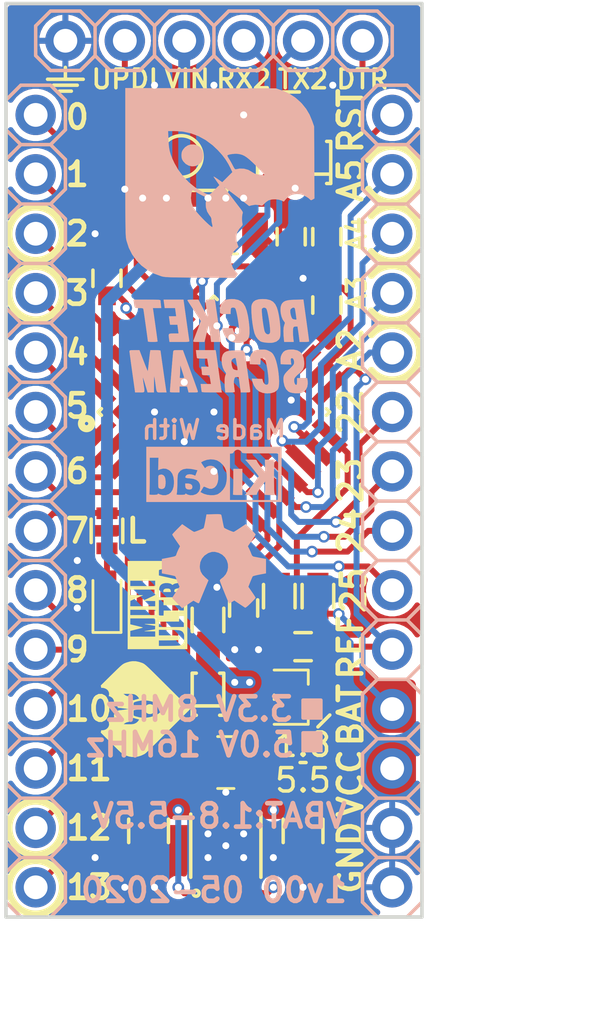
<source format=kicad_pcb>
(kicad_pcb (version 20221018) (generator pcbnew)
  (title_block (title "Mini Ultra") (date "2020-02-24") (rev "1v00") (company "Rocket Scream Electronics"))
  (layers (0 "F.Cu" signal) (1 "In1.Cu" power "GND") (2 "In2.Cu" power "VCC") (31 "B.Cu" signal) (34 "B.Paste" user) (35 "F.Paste" user) (36 "B.SilkS" user "B.Silkscreen") (37 "F.SilkS" user "F.Silkscreen") (38 "B.Mask" user) (39 "F.Mask" user) (44 "Edge.Cuts" user))
  (net 0 "")
  (net 1 "GND")
  (net 2 "/D4")
  (net 3 "/D9")
  (net 4 "/RST")
  (net 5 "/D3")
  (net 6 "/D5")
  (net 7 "/D6")
  (net 8 "/D7")
  (net 9 "/D8")
  (net 10 "/D10")
  (net 11 "/D11")
  (net 12 "/D12")
  (net 13 "/D13")
  (net 14 "/A6")
  (net 15 "AREF")
  (net 16 "/A2")
  (net 17 "/A3")
  (net 18 "/A4")
  (net 19 "/A5")
  (net 20 "/D0")
  (net 21 "/D1")
  (net 22 "/D2")
  (net 23 "VIN")
  (net 24 "Net-(C6-Pad2)")
  (net 25 "/BULX")
  (net 26 "/BOLX")
  (net 27 "Net-(C3-Pad1)")
  (net 28 "VBAT")
  (net 29 "VCC")
  (net 30 "Net-(C2-Pad1)")
  (net 31 "/D25")
  (net 32 "Net-(D2-Pad2)")
  (net 33 "/D20")
  (net 34 "/D21")
  (net 35 "/UPDI")
  (net 36 "/D24")
  (net 37 "/D23")
  (net 38 "/D22")
  (footprint "RocketScreamKiCadLib:TS-107A" (layer "F.Cu") (at 207.493 117.488)
    (fp_text reference "SW1" hide)
    (fp_text value "SPNO")
  )
  (footprint "RocketScreamKiCadLib:SOD-323" (layer "F.Cu") (at 213.208 117.742 90)
    (fp_text reference "D1" hide)
    (fp_text value "1N4148WS")
  )
  (footprint "RocketScreamKiCadLib:R_0603" (layer "F.Cu") (at 204.318 133.49 90)
    (fp_text reference "R2" hide)
    (fp_text value "2K2")
  )
  (footprint "RocketScreamKiCadLib:R_0603" (layer "F.Cu") (at 211.43 117.742 90)
    (fp_text reference "R1" hide)
    (fp_text value "10K")
  )
  (footprint "RocketScreamKiCadLib:C_0603" (layer "F.Cu") (at 204.318 122.695 90)
    (fp_text reference "C1" hide)
    (fp_text value "100nF")
  )
  (footprint "RocketScreamKiCadLib:C_0603" (layer "F.Cu") (at 213.716 123.838 -90)
    (fp_text reference "C2" hide)
    (fp_text value "100nF")
  )
  (footprint "RocketScreamKiCadLib:R_0603" (layer "F.Cu") (at 208.636 137.3 90)
    (fp_text reference "R3" hide)
    (fp_text value "10K")
  )
  (footprint "RocketScreamKiCadLib:SOD-323" (layer "F.Cu") (at 208.636 140.475 90)
    (fp_text reference "D3" hide)
    (fp_text value "B16WS")
  )
  (footprint "RocketScreamKiCadLib:C_0805" (layer "F.Cu") (at 212.7 146.317 -90)
    (fp_text reference "C4" hide)
    (fp_text value "22uF 16V X5R")
  )
  (footprint "RocketScreamKiCadLib:I_0603" (layer "F.Cu") (at 213.716 120.917 90)
    (fp_text reference "L1" hide)
    (fp_text value "BLM18KG221SN1D")
  )
  (footprint "RocketScreamKiCadLib:I_2520" (layer "F.Cu") (at 209.398 143.396 180)
    (fp_text reference "L2" hide)
    (fp_text value "CVH252009-2R2M")
  )
  (footprint "RocketScreamKiCadLib:C_0805" (layer "F.Cu") (at 206.096 146.317 -90)
    (fp_text reference "C3" hide)
    (fp_text value "22uF 16V X5R")
  )
  (footprint "RocketScreamKiCadLib:DFN-12" (layer "F.Cu") (at 209.398 146.952 90)
    (fp_text reference "U1" hide)
    (fp_text value "RP604KxxB")
  )
  (footprint "RocketScreamKiCadLib:SOT-323" (layer "F.Cu") (at 212.192 140.602 180)
    (fp_text reference "Q2" hide)
    (fp_text value "DMP2165UW-7")
  )
  (footprint "RocketScreamKiCadLib:R_0603" (layer "F.Cu") (at 211.684 136.284 -90)
    (fp_text reference "R5" hide)
    (fp_text value "1M")
  )
  (footprint "RocketScreamKiCadLib:R_0603" (layer "F.Cu") (at 213.335 136.284 -90)
    (fp_text reference "R4" hide)
    (fp_text value "1M")
  )
  (footprint "RocketScreamKiCadLib:TQFP-32_7x7mm_Pitch0.8mm" (layer "F.Cu") (at 208.89 128.41 45)
    (fp_text reference "U2" hide)
    (fp_text value "ATMEGA4808-Ax")
  )
  (footprint "RocketScreamKiCadLib:C_0603" (layer "F.Cu") (at 212.192 115.329)
    (fp_text reference "C6" hide)
    (fp_text value "100nF")
  )
  (footprint "RocketScreamKiCadLib:C_0603" (layer "F.Cu") (at 212.7 138.443 180)
    (fp_text reference "C5" hide)
    (fp_text value "100nF")
  )
  (footprint "RocketScreamKiCadLib:LED_0603" (layer "F.Cu") (at 204.318 136.411 90)
    (fp_text reference "D2" hide)
    (fp_text value "Red")
  )
  (footprint "RocketScreamKiCadLib:C_0603" (layer "F.Cu") (at 212.192 120.917 90)
    (fp_text reference "C8" hide)
    (fp_text value "10pF")
  )
  (footprint "RocketScreamKiCadLib:C_0603" (layer "F.Cu") (at 206.604 120.917 90)
    (fp_text reference "C9" hide)
    (fp_text value "10pF")
  )
  (footprint "RocketScreamKiCadLib:CRYSTAL-3215-2P" (layer "F.Cu") (at 209.398 120.79 180)
    (fp_text reference "Y1" hide)
    (fp_text value "Q13FC1350000200")
  )
  (footprint "RocketScreamKiCadLib:LOGO-ROCKET-SCREAM_Without_Text_XXXXSmall" (layer "F.Cu") (at 205.461 141.11 -45)
    (fp_text reference "LOGO3" hide)
    (fp_text value "LOGO-ROCKET-SCREAM-WITHOUT-TEXT" hide)
  )
  (footprint "RocketScreamKiCadLib:C_0603" (layer "F.Cu") (at 210.16 136.792 90)
    (fp_text reference "C7" hide)
    (fp_text value "100nF")
  )
  (footprint "RocketScreamKiCadLib:LOGO-MINI-ULTRA_InvertedDualLineSmall" (layer "F.Cu") (at 206.477 136.665 90)
    (fp_text reference "LOGO5" hide)
    (fp_text value "LOGO-MINI-ULTRA" hide)
  )
  (footprint "RocketScreamKiCadLib:LOGO-ROCKET-SCREAM_Vertical_XSmall" (layer "B.Cu") (at 209.144 121.298 180)
    (fp_text reference "LOGO2" hide)
    (fp_text value "LOGO-ROCKET-SCREAM-VERTICAL" hide)
  )
  (footprint "RocketScreamKiCadLib:HDR_1x6_Pitch2.54mm" (layer "B.Cu") (at 208.89 112.54 180)
    (fp_text reference "J1" hide)
    (fp_text value "2.54 mm 1x6")
  )
  (footprint "RocketScreamKiCadLib:HDR_1x14_Pitch2.54mm" (layer "B.Cu") (at 216.51 132.22 -90)
    (fp_text reference "J3" hide)
    (fp_text value "2.54 mm 1x14")
  )
  (footprint "RocketScreamKiCadLib:HDR_1x14_Pitch2.54mm" (layer "B.Cu") (at 201.27 132.22 -90)
    (fp_text reference "J2" hide)
    (fp_text value "2.54 mm 1x14")
  )
  (footprint "RocketScreamKiCadLib:LOGO-KICAD_XXXSmall" (layer "B.Cu") (at 208.89 131.077 180)
    (fp_text reference "LOGO1" hide)
    (fp_text value "LOGO-KICAD" hide)
  )
  (footprint "RocketScreamKiCadLib:LOGO-OSHW_XXSmall" (layer "B.Cu") (at 208.89 134.76 180)
    (fp_text reference "LOGO4" hide)
    (fp_text value "LOGO-OSHW" hide)
  )
  (gr_poly (pts (xy 212.7 142.126) (xy 212.7 142.888) (xy 213.462 142.888) (xy 213.462 142.126)) (stroke (width 0.15)) (fill solid) (layer "B.SilkS"))
  (gr_poly (pts (xy 212.7 140.729) (xy 212.7 141.491) (xy 213.462 141.491) (xy 213.462 140.729)) (stroke (width 0.15)) (fill solid) (layer "B.SilkS"))
  (gr_circle (center 201.27 123.33) (end 202.413 123.33) (stroke (width 0.3)) (fill none) (layer "F.SilkS"))
  (gr_circle (center 201.27 146.19) (end 202.413 146.19) (stroke (width 0.3)) (fill none) (layer "F.SilkS"))
  (gr_circle (center 201.27 148.73) (end 202.413 148.73) (stroke (width 0.3)) (fill none) (layer "F.SilkS"))
  (gr_line (start 212.827 143.396) (end 212.573 143.396) (stroke (width 0.15)) (layer "F.SilkS"))
  (gr_line (start 213.843 141.364) (end 213.335 141.872) (stroke (width 0.15)) (layer "F.SilkS"))
  (gr_arc (start 215.493999 117.615001) (mid 217.708116 118.249999) (end 215.494 118.885) (stroke (width 0.3)) (layer "F.SilkS"))
  (gr_arc (start 215.621 122.568) (mid 217.680882 123.33) (end 215.621 124.092) (stroke (width 0.3)) (layer "F.SilkS"))
  (gr_arc (start 215.621 125.108) (mid 217.680882 125.87) (end 215.621 126.632) (stroke (width 0.3)) (layer "F.SilkS"))
  (gr_line (start 202.54 113.678) (end 202.54 114.186) (stroke (width 0.15)) (layer "F.SilkS"))
  (gr_arc (start 215.621 120.028) (mid 217.680882 120.79) (end 215.621 121.552) (stroke (width 0.3)) (layer "F.SilkS"))
  (gr_line (start 202.286 114.694) (end 202.794 114.694) (stroke (width 0.15)) (layer "F.SilkS"))
  (gr_line (start 201.778 114.186) (end 203.302 114.186) (stroke (width 0.15)) (layer "F.SilkS"))
  (gr_circle (center 201.27 120.79) (end 202.413 120.79) (stroke (width 0.3)) (fill none) (layer "F.SilkS"))
  (gr_line (start 202.032 114.44) (end 203.048 114.44) (stroke (width 0.15)) (layer "F.SilkS"))
  (gr_line (start 200 110.9475) (end 200 150) (stroke (width 0.15)) (layer "Edge.Cuts"))
  (gr_line (start 200 150) (end 217.78 150) (stroke (width 0.15)) (layer "Edge.Cuts"))
  (gr_line (start 217.78 110.9475) (end 217.78 150) (stroke (width 0.15)) (layer "Edge.Cuts"))
  (gr_line (start 200 110.9475) (end 217.78 110.9475) (stroke (width 0.15)) (layer "Edge.Cuts"))
  (gr_text "1v00 05-2020" (at 208.89 148.857) (layer "B.SilkS") (effects (font (size 1 1) (thickness 0.2)) (justify mirror)))
  (gr_text "VBAT:1.8-5.5V" (at 209.144 145.682) (layer "B.SilkS") (effects (font (size 1 1) (thickness 0.2)) (justify mirror)))
  (gr_text "Made With" (at 208.89 129.172) (layer "B.SilkS") (effects (font (size 0.8 0.8)) (justify mirror)))
  (gr_text "3.3V 8MHz" (at 208.255 141.11) (layer "B.SilkS") (effects (font (size 1 1) (thickness 0.2)) (justify mirror)))
  (gr_text "5.0V 16MHz" (at 207.874 142.634) (layer "B.SilkS") (effects (font (size 1 1) (thickness 0.2)) (justify mirror)))
  (gr_text "12" (at 203.556 146.19) (layer "F.SilkS") (effects (font (size 1 1) (thickness 0.2))))
  (gr_text "11" (at 203.556 143.65) (layer "F.SilkS") (effects (font (size 1 1) (thickness 0.2))))
  (gr_text "10" (at 203.556 141.11) (layer "F.SilkS") (effects (font (size 1 1) (thickness 0.2))))
  (gr_text "9" (at 203.048 138.57) (layer "F.SilkS") (effects (font (size 1 1) (thickness 0.2))))
  (gr_text "8" (at 203.048 136.03) (layer "F.SilkS") (effects (font (size 1 1) (thickness 0.2))))
  (gr_text "7" (at 203.048 133.49) (layer "F.SilkS") (effects (font (size 1 1) (thickness 0.2))))
  (gr_text "6" (at 203.048 130.95) (layer "F.SilkS") (effects (font (size 1 1) (thickness 0.2))))
  (gr_text "5" (at 203.048 128.156) (layer "F.SilkS") (effects (font (size 1 1) (thickness 0.2))))
  (gr_text "4" (at 203.048 125.87) (layer "F.SilkS") (effects (font (size 1 1) (thickness 0.2))))
  (gr_text "3" (at 203.048 123.33) (layer "F.SilkS") (effects (font (size 1 1) (thickness 0.2))))
  (gr_text "2" (at 203.048 120.79) (layer "F.SilkS") (effects (font (size 1 1) (thickness 0.2))))
  (gr_text "1" (at 203.048 118.25) (layer "F.SilkS") (effects (font (size 1 1) (thickness 0.2))))
  (gr_text "0" (at 203.048 115.71 180) (layer "F.SilkS") (effects (font (size 1 1) (thickness 0.2))))
  (gr_text "VIN" (at 207.747 114.186) (layer "F.SilkS") (effects (font (size 0.8 0.8))))
  (gr_text "RX2" (at 210.16 114.186) (layer "F.SilkS") (effects (font (size 0.8 0.8))))
  (gr_text "TX2" (at 212.7 114.186) (layer "F.SilkS") (effects (font (size 0.8 0.8))))
  (gr_text "DTR" (at 215.24 114.186) (layer "F.SilkS") (effects (font (size 0.8 0.8))))
  (gr_text "RST" (at 214.732 115.964 90) (layer "F.SilkS") (effects (font (size 1 1) (thickness 0.2))))
  (gr_text "A5" (at 214.732 118.504 90) (layer "F.SilkS") (effects (font (size 1 1) (thickness 0.2))))
  (gr_text "A4" (at 214.986 120.79 90) (layer "F.SilkS") (effects (font (size 0.8 0.8))))
  (gr_text "A3" (at 214.986 123.33 90) (layer "F.SilkS") (effects (font (size 0.8 0.8))))
  (gr_text "A2" (at 214.732 125.743 90) (layer "F.SilkS") (effects (font (size 1 1) (thickness 0.2))))
  (gr_text "22" (at 214.732 128.41 90) (layer "F.SilkS") (effects (font (size 1 1) (thickness 0.2))))
  (gr_text "23" (at 214.732 131.331 90) (layer "F.SilkS") (effects (font (size 1 1) (thickness 0.2))))
  (gr_text "24" (at 214.732 133.49 90) (layer "F.SilkS") (effects (font (size 1 1) (thickness 0.2))))
  (gr_text "25" (at 214.859 136.03 90) (layer "F.SilkS") (effects (font (size 1 1) (thickness 0.2))))
  (gr_text "VCC" (at 214.732 144.285 90) (layer "F.SilkS") (effects (font (size 1 1) (thickness 0.2))))
  (gr_text "BAT" (at 214.732 141.364 90) (layer "F.SilkS") (effects (font (size 1 1) (thickness 0.2))))
  (gr_text "REF" (at 214.732 138.443 90) (layer "F.SilkS") (effects (font (size 1 1) (thickness 0.2))))
  (gr_text "1.8" (at 212.7 142.634) (layer "F.SilkS") (effects (font (size 1 1))))
  (gr_text "5.5" (at 212.7 144.158) (layer "F.SilkS") (effects (font (size 1 1))))
  (gr_text "UPDI" (at 205.08 114.186) (layer "F.SilkS") (effects (font (size 0.8 0.8))))
  (gr_text "RST" (at 207.493 115.329) (layer "F.SilkS") (effects (font (size 0.8 0.8))))
  (gr_text "L" (at 205.588 133.49) (layer "F.SilkS") (effects (font (size 1 1) (thickness 0.2))))
  (gr_text "GND" (at 214.732 147.46 90) (layer "F.SilkS") (effects (font (size 1 1) (thickness 0.2))))
  (gr_text "13" (at 203.556 148.73) (layer "F.SilkS") (effects (font (size 1 1) (thickness 0.2))))
  (segment (start 209.148 146.952) (end 208.723 147.377) (width 0.254) (layer "F.Cu") (net 1))
  (segment (start 209.148 145.552) (end 209.148 146.952) (width 0.254) (layer "F.Cu") (net 1))
  (segment (start 209.648 147.452) (end 208.723 146.527) (width 0.254) (layer "F.Cu") (net 1))
  (segment (start 210.148 148.352) (end 210.148 149.099) (width 0.254) (layer "F.Cu") (net 1))
  (segment (start 209.148 147.452) (end 210.073 146.527) (width 0.254) (layer "F.Cu") (net 1))
  (segment (start 209.648 144.916) (end 209.398 144.666) (width 0.254) (layer "F.Cu") (net 1))
  (segment (start 209.648 145.552) (end 209.648 146.952) (width 0.254) (layer "F.Cu") (net 1))
  (segment (start 209.148 148.352) (end 209.148 149.107) (width 0.254) (layer "F.Cu") (net 1))
  (segment (start 209.648 148.352) (end 209.648 149.107) (width 0.254) (layer "F.Cu") (net 1))
  (segment (start 209.648 145.552) (end 209.648 144.916) (width 0.254) (layer "F.Cu") (net 1))
  (segment (start 209.148 145.552) (end 209.148 144.916) (width 0.254) (layer "F.Cu") (net 1))
  (segment (start 209.148 148.352) (end 209.148 147.452) (width 0.254) (layer "F.Cu") (net 1))
  (segment (start 209.148 144.916) (end 209.398 144.666) (width 0.254) (layer "F.Cu") (net 1))
  (segment (start 209.648 148.352) (end 209.648 147.452) (width 0.254) (layer "F.Cu") (net 1))
  (segment (start 209.648 146.952) (end 210.073 147.377) (width 0.254) (layer "F.Cu") (net 1))
  (via (at 208.636 146.444) (size 0.5) (drill 0.3) (layers "F.Cu" "B.Cu") (net 1))
  (via (at 208.636 147.46) (size 0.5) (drill 0.3) (layers "F.Cu" "B.Cu") (net 1))
  (via (at 209.398 146.952) (size 0.5) (drill 0.3) (layers "F.Cu" "B.Cu") (net 1))
  (via (at 210.16 146.444) (size 0.5) (drill 0.3) (layers "F.Cu" "B.Cu") (net 1))
  (via (at 210.16 147.46) (size 0.5) (drill 0.3) (layers "F.Cu" "B.Cu") (net 1))
  (via (at 208.89 114.44) (size 0.5) (drill 0.3) (layers "F.Cu" "B.Cu") (net 1))
  (via (at 206.35 114.44) (size 0.5) (drill 0.3) (layers "F.Cu" "B.Cu") (net 1))
  (via (at 210.16 115.71) (size 0.5) (drill 0.3) (layers "F.Cu" "B.Cu") (net 1))
  (via (at 213.97 114.44) (size 0.5) (drill 0.3) (layers "F.Cu" "B.Cu") (net 1))
  (via (at 203.048 136.792) (size 0.5) (drill 0.3) (layers "F.Cu" "B.Cu") (net 1))
  (via (at 203.81 120.79) (size 0.5) (drill 0.3) (layers "F.Cu" "B.Cu") (net 1))
  (via (at 203.81 147.46) (size 0.5) (drill 0.3) (layers "F.Cu" "B.Cu") (net 1))
  (via (at 205.08 148.73) (size 0.5) (drill 0.3) (layers "F.Cu" "B.Cu") (net 1))
  (via (at 206.35 148.73) (size 0.5) (drill 0.3) (layers "F.Cu" "B.Cu") (net 1))
  (via (at 211.43 147.46) (size 0.5) (drill 0.3) (layers "F.Cu" "B.Cu") (net 1))
  (via (at 203.048 134.76) (size 0.5) (drill 0.3) (layers "F.Cu" "B.Cu") (net 1))
  (via (at 212.192 127.902) (size 0.5) (drill 0.3) (layers "F.Cu" "B.Cu") (net 1))
  (via (at 207.62 127.14) (size 0.5) (drill 0.3) (layers "F.Cu" "B.Cu") (net 1))
  (via (at 207.62 129.68) (size 0.5) (drill 0.3) (layers "F.Cu" "B.Cu") (net 1))
  (via (at 208.89 128.41) (size 0.5) (drill 0.3) (layers "F.Cu" "B.Cu") (net 1))
  (via (at 208.89 130.95) (size 0.5) (drill 0.3) (layers "F.Cu" "B.Cu") (net 1))
  (via (at 205.842 119.266) (size 0.5) (drill 0.3) (layers "F.Cu" "B.Cu") (net 1))
  (via (at 212.7 122.695) (size 0.5) (drill 0.3) (layers "F.Cu" "B.Cu") (net 1))
  (via (at 209.398 119.266) (size 0.5) (drill 0.3) (layers "F.Cu" "B.Cu") (net 1))
  (via (at 210.16 119.266) (size 0.5) (drill 0.3) (layers "F.Cu" "B.Cu") (net 1))
  (via (at 205.08 118.885) (size 0.5) (drill 0.3) (layers "F.Cu" "B.Cu") (net 1))
  (via (at 209.779 138.57) (size 0.5) (drill 0.3) (layers "F.Cu" "B.Cu") (net 1))
  (via (at 210.795 138.57) (size 0.5) (drill 0.3) (layers "F.Cu" "B.Cu") (net 1))
  (via (at 209.017 135.903) (size 0.5) (drill 0.3) (layers "F.Cu" "B.Cu") (net 1))
  (via (at 212.7 148.73) (size 0.5) (drill 0.3) (layers "F.Cu" "B.Cu") (net 1))
  (via (at 209.398 144.666) (size 0.5) (drill 0.3) (layers "F.Cu" "B.Cu") (net 1))
  (via (at 206.858 119.266) (size 0.5) (drill 0.3) (layers "F.Cu" "B.Cu") (net 1))
  (via (at 206.35 128.41) (size 0.5) (drill 0.3) (layers "F.Cu" "B.Cu") (net 1))
  (via (at 208.636 119.266) (size 0.5) (drill 0.3) (layers "F.Cu" "B.Cu") (net 1))
  (segment (start 203.4798 130.696) (end 203.775573 130.696) (width 0.254) (layer "F.Cu") (net 2))
  (segment (start 202.032 126.632) (end 202.032 127.267) (width 0.254) (layer "F.Cu") (net 2))
  (segment (start 202.7686 128.0036) (end 202.7686 129.9848) (width 0.254) (layer "F.Cu") (net 2))
  (segment (start 202.032 127.267) (end 202.7686 128.0036) (width 0.254) (layer "F.Cu") (net 2))
  (segment (start 203.775573 130.696) (end 204.505938 129.965635) (width 0.254) (layer "F.Cu") (net 2))
  (segment (start 201.27 125.87) (end 202.032 126.632) (width 0.254) (layer "F.Cu") (net 2))
  (segment (start 202.7686 129.9848) (end 203.4798 130.696) (width 0.254) (layer "F.Cu") (net 2))
  (segment (start 201.27 138.57) (end 205.207 138.57) (width 0.254) (layer "F.Cu") (net 3))
  (segment (start 205.715 138.062) (end 205.715 134.413427) (width 0.254) (layer "F.Cu") (net 3))
  (segment (start 205.715 134.413427) (end 207.334365 132.794062) (width 0.254) (layer "F.Cu") (net 3))
  (segment (start 205.207 138.57) (end 205.715 138.062) (width 0.254) (layer "F.Cu") (net 3))
  (segment (start 203.556 118.25) (end 204.064 118.758) (width 0.254) (layer "F.Cu") (net 4))
  (segment (start 215.578 116.642) (end 212.784 116.642) (width 0.254) (layer "F.Cu") (net 4))
  (segment (start 209.668 116.234) (end 209.017 115.583) (width 0.254) (layer "F.Cu") (net 4))
  (segment (start 204.064 118.758) (end 204.064 119.266) (width 0.254) (layer "F.Cu") (net 4))
  (segment (start 210.422 117.488) (end 209.668 117.488) (width 0.254) (layer "F.Cu") (net 4))
  (segment (start 212.784 116.642) (end 212.434 116.992) (width 0.254) (layer "F.Cu") (net 4))
  (segment (start 210.918 116.992) (end 210.422 117.488) (width 0.254) (layer "F.Cu") (net 4))
  (segment (start 205.588 122.279573) (end 207.334365 124.025938) (width 0.254) (layer "F.Cu") (net 4))
  (segment (start 209.017 115.583) (end 204.28625 115.583) (width 0.254) (layer "F.Cu") (net 4))
  (segment (start 203.556 116.31325) (end 203.556 118.25) (width 0.254) (layer "F.Cu") (net 4))
  (segment (start 211.569 116.98) (end 211.557 116.992) (width 0.254) (layer "F.Cu") (net 4))
  (segment (start 204.28625 115.583) (end 203.556 116.31325) (width 0.254) (layer "F.Cu") (net 4))
  (segment (start 212.434 116.992) (end 210.918 116.992) (width 0.254) (layer "F.Cu") (net 4))
  (segment (start 211.442 115.329) (end 211.43 115.341) (width 0.254) (layer "F.Cu") (net 4))
  (segment (start 211.43 115.341) (end 211.43 116.992) (width 0.254) (layer "F.Cu") (net 4))
  (segment (start 205.588 120.79) (end 205.588 122.279573) (width 0.254) (layer "F.Cu") (net 4))
  (segment (start 204.064 119.266) (end 205.588 120.79) (width 0.254) (layer "F.Cu") (net 4))
  (segment (start 209.668 117.488) (end 209.668 116.234) (width 0.254) (layer "F.Cu") (net 4))
  (segment (start 216.51 115.71) (end 215.578 116.642) (width 0.254) (layer "F.Cu") (net 4))
  (segment (start 203.2766 127.6988) (end 203.2766 128.736296) (width 0.254) (layer "F.Cu") (net 5))
  (segment (start 202.032 124.092) (end 202.032 124.854) (width 0.254) (layer "F.Cu") (net 5))
  (segment (start 202.032 124.854) (end 202.54 125.362) (width 0.254) (layer "F.Cu") (net 5))
  (segment (start 203.2766 128.736296) (end 203.940253 129.399949) (width 0.254) (layer "F.Cu") (net 5))
  (segment (start 201.27 123.33) (end 202.032 124.092) (width 0.254) (layer "F.Cu") (net 5))
  (segment (start 202.54 126.9622) (end 203.2766 127.6988) (width 0.254) (layer "F.Cu") (net 5))
  (segment (start 202.54 125.362) (end 202.54 126.9622) (width 0.254) (layer "F.Cu") (net 5))
  (segment (start 202.2606 130.2134) (end 203.2512 131.204) (width 0.254) (layer "F.Cu") (net 6))
  (segment (start 202.2606 129.4006) (end 202.2606 130.2134) (width 0.254) (layer "F.Cu") (net 6))
  (segment (start 201.27 128.41) (end 202.2606 129.4006) (width 0.254) (layer "F.Cu") (net 6))
  (segment (start 203.2512 131.204) (end 204.398943 131.204) (width 0.254) (layer "F.Cu") (net 6))
  (segment (start 204.398943 131.204) (end 205.071623 130.53132) (width 0.254) (layer "F.Cu") (net 6))
  (segment (start 204.895315 131.839) (end 205.637309 131.097006) (width 0.254) (layer "F.Cu") (net 7))
  (segment (start 201.27 130.95) (end 202.159 131.839) (width 0.254) (layer "F.Cu") (net 7))
  (segment (start 202.159 131.839) (end 204.895315 131.839) (width 0.254) (layer "F.Cu") (net 7))
  (segment (start 205.137685 132.728) (end 206.202994 131.662691) (width 0.254) (layer "F.Cu") (net 8))
  (segment (start 201.27 133.49) (end 202.032 132.728) (width 0.254) (layer "F.Cu") (net 8))
  (segment (start 202.032 132.728) (end 205.137685 132.728) (width 0.254) (layer "F.Cu") (net 8))
  (segment (start 203.302 138.062) (end 204.953 138.062) (width 0.254) (layer "F.Cu") (net 9))
  (segment (start 205.207 137.808) (end 205.207 133.790057) (width 0.254) (layer "F.Cu") (net 9))
  (segment (start 205.207 133.790057) (end 206.76868 132.228377) (width 0.254) (layer "F.Cu") (net 9))
  (segment (start 201.27 136.03) (end 203.302 138.062) (width 0.254) (layer "F.Cu") (net 9))
  (segment (start 204.953 138.062) (end 205.207 137.808) (width 0.254) (layer "F.Cu") (net 9))
  (segment (start 205.461 139.078) (end 206.223 138.316) (width 0.254) (layer "F.Cu") (net 10))
  (segment (start 201.27 141.11) (end 203.302 139.078) (width 0.254) (layer "F.Cu") (net 10))
  (segment (start 206.223 135.036798) (end 207.900051 133.359747) (width 0.254) (layer "F.Cu") (net 10))
  (segment (start 203.302 139.078) (end 205.461 139.078) (width 0.254) (layer "F.Cu") (net 10))
  (segment (start 206.223 138.316) (end 206.223 135.036798) (width 0.254) (layer "F.Cu") (net 10))
  (segment (start 206.731 138.57) (end 205.715 139.586) (width 0.254) (layer "F.Cu") (net 11))
  (segment (start 202.794 142.126) (end 201.27 143.65) (width 0.254) (layer "F.Cu") (net 11))
  (segment (start 209.879949 133.359747) (end 209.114696 134.125) (width 0.254) (layer "F.Cu") (net 11))
  (segment (start 206.731 135.522) (end 206.731 138.57) (width 0.254) (layer "F.Cu") (net 11))
  (segment (start 202.794 140.348) (end 202.794 142.126) (width 0.254) (layer "F.Cu") (net 11))
  (segment (start 205.715 139.586) (end 203.556 139.586) (width 0.254) (layer "F.Cu") (net 11))
  (segment (start 209.114696 134.125) (end 208.128 134.125) (width 0.254) (layer "F.Cu") (net 11))
  (segment (start 203.556 139.586) (end 202.794 140.348) (width 0.254) (layer "F.Cu") (net 11))
  (segment (start 208.128 134.125) (end 206.731 135.522) (width 0.254) (layer "F.Cu") (net 11))
  (segment (start 203.302 142.38) (end 202.794 142.888) (width 0.254) (layer "F.Cu") (net 12))
  (segment (start 210.414 134.633) (end 208.382 134.633) (width 0.254) (layer "F.Cu") (net 12))
  (segment (start 208.382 134.633) (end 207.239 135.776) (width 0.254) (layer "F.Cu") (net 12))
  (segment (start 205.969 140.094) (end 203.81 140.094) (width 0.254) (layer "F.Cu") (net 12))
  (segment (start 207.239 135.776) (end 207.239 138.824) (width 0.254) (layer "F.Cu") (net 12))
  (segment (start 211.176 133.524427) (end 211.176 133.871) (width 0.254) (layer "F.Cu") (net 12))
  (segment (start 202.794 142.888) (end 202.794 144.666) (width 0.254) (layer "F.Cu") (net 12))
  (segment (start 210.445635 132.794062) (end 211.176 133.524427) (width 0.254) (layer "F.Cu") (net 12))
  (segment (start 203.302 140.602) (end 203.302 142.38) (width 0.254) (layer "F.Cu") (net 12))
  (segment (start 211.176 133.871) (end 210.414 134.633) (width 0.254) (layer "F.Cu") (net 12))
  (segment (start 207.239 138.824) (end 205.969 140.094) (width 0.254) (layer "F.Cu") (net 12))
  (segment (start 202.794 144.666) (end 201.27 146.19) (width 0.254) (layer "F.Cu") (net 12))
  (segment (start 203.81 140.094) (end 203.302 140.602) (width 0.254) (layer "F.Cu") (net 12))
  (segment (start 207.747 136.03) (end 208.636 135.141) (width 0.254) (layer "F.Cu") (net 13))
  (segment (start 203.81 140.856) (end 204.064 140.602) (width 0.254) (layer "F.Cu") (net 13))
  (segment (start 211.684 134.125) (end 211.684 132.901057) (width 0.254) (layer "F.Cu") (net 13))
  (segment (start 203.302 144.92) (end 203.302 143.142) (width 0.254) (layer "F.Cu") (net 13))
  (segment (start 201.27 148.73) (end 202.54 147.46) (width 0.254) (layer "F.Cu") (net 13))
  (segment (start 203.81 142.634) (end 203.81 140.856) (width 0.254) (layer "F.Cu") (net 13))
  (segment (start 204.064 140.602) (end 206.211094 140.602) (width 0.254) (layer "F.Cu") (net 13))
  (segment (start 208.636 135.141) (end 210.668 135.141) (width 0.254) (layer "F.Cu") (net 13))
  (segment (start 210.668 135.141) (end 211.684 134.125) (width 0.254) (layer "F.Cu") (net 13))
  (segment (start 207.747 139.066094) (end 207.747 136.03) (width 0.254) (layer "F.Cu") (net 13))
  (segment (start 202.54 145.682) (end 203.302 144.92) (width 0.254) (layer "F.Cu") (net 13))
  (segment (start 206.211094 140.602) (end 207.747 139.066094) (width 0.254) (layer "F.Cu") (net 13))
  (segment (start 202.54 147.46) (end 202.54 145.682) (width 0.254) (layer "F.Cu") (net 13))
  (segment (start 203.302 143.142) (end 203.81 142.634) (width 0.254) (layer "F.Cu") (net 13))
  (segment (start 211.684 132.901057) (end 211.01132 132.228377) (width 0.254) (layer "F.Cu") (net 13))
  (segment (start 214.605 130.165202) (end 213.839747 129.399949) (width 0.254) (layer "F.Cu") (net 14))
  (segment (start 211.037 135.534) (end 211.684 135.534) (width 0.254) (layer "F.Cu") (net 14))
  (segment (start 212.434 135.534) (end 212.434 133.805125) (width 0.254) (layer "F.Cu") (net 14))
  (segment (start 213.335 135.534) (end 213.323 135.522) (width 0.254) (layer "F.Cu") (net 14))
  (segment (start 210.529 136.042) (end 211.037 135.534) (width 0.254) (layer "F.Cu") (net 14))
  (segment (start 212.434 133.805125) (end 214.605 131.634125) (width 0.254) (layer "F.Cu") (net 14))
  (segment (start 210.16 136.042) (end 210.529 136.042) (width 0.254) (layer "F.Cu") (net 14))
  (segment (start 211.684 135.534) (end 213.335 135.534) (width 0.254) (layer "F.Cu") (net 14))
  (segment (start 214.605 131.634125) (end 214.605 130.165202) (width 0.254) (layer "F.Cu") (net 14))
  (segment (start 214.627798 126.632) (end 213.839747 127.420051) (width 0.254) (layer "F.Cu") (net 15))
  (segment (start 216.383 138.443) (end 216.51 138.57) (width 0.254) (layer "F.Cu") (net 15))
  (segment (start 215.367 127.013) (end 214.986 126.632) (width 0.254) (layer "F.Cu") (net 15))
  (segment (start 214.986 126.632) (end 214.627798 126.632) (width 0.254) (layer "F.Cu") (net 15))
  (segment (start 213.577 138.443) (end 216.383 138.443) (width 0.254) (layer "F.Cu") (net 15))
  (via (at 215.367 127.013) (size 0.5) (drill 0.3) (layers "F.Cu" "B.Cu") (net 15))
  (segment (start 214.986 137.046) (end 216.51 138.57) (width 0.254) (layer "B.Cu") (net 15))
  (segment (start 215.367 127.013) (end 214.986 127.394) (width 0.254) (layer "B.Cu") (net 15))
  (segment (start 214.986 127.394) (end 214.986 137.046) (width 0.254) (layer "B.Cu") (net 15))
  (segment (start 212.388315 132.474) (end 211.577006 131.662691) (width 0.254) (layer "F.Cu") (net 16))
  (segment (start 212.827 132.474) (end 212.388315 132.474) (width 0.254) (layer "F.Cu") (net 16))
  (via (at 212.827 132.474) (size 0.5) (drill 0.3) (layers "F.Cu" "B.Cu") (net 16))
  (segment (start 215.5575 125.87) (end 216.51 125.87) (width 0.254) (layer "B.Cu") (net 16))
  (segment (start 214.478 126.9495) (end 215.5575 125.87) (width 0.254) (layer "B.Cu") (net 16))
  (segment (start 212.827 132.474) (end 213.604875 132.474) (width 0.254) (layer "B.Cu") (net 16))
  (segment (start 213.97 132.108875) (end 213.97 130.061) (width 0.254) (layer "B.Cu") (net 16))
  (segment (start 213.97 130.061) (end 214.478 129.553) (width 0.254) (layer "B.Cu") (net 16))
  (segment (start 213.604875 132.474) (end 213.97 132.108875) (width 0.254) (layer "B.Cu") (net 16))
  (segment (start 214.478 129.553) (end 214.478 126.9495) (width 0.254) (layer "B.Cu") (net 16))
  (segment (start 213.335 131.839) (end 212.884685 131.839) (width 0.254) (layer "F.Cu") (net 17))
  (segment (start 212.884685 131.839) (end 212.142691 131.097006) (width 0.254) (layer "F.Cu") (net 17))
  (via (at 213.335 131.839) (size 0.5) (drill 0.3) (layers "F.Cu" "B.Cu") (net 17))
  (segment (start 215.748 124.854) (end 215.748 124.092) (width 0.254) (layer "B.Cu") (net 17))
  (segment (start 215.748 124.092) (end 216.51 123.33) (width 0.254) (layer "B.Cu") (net 17))
  (segment (start 213.335 129.934) (end 213.97 129.299) (width 0.254) (layer "B.Cu") (net 17))
  (segment (start 213.97 129.299) (end 213.97 126.632) (width 0.254) (layer "B.Cu") (net 17))
  (segment (start 213.335 131.839) (end 213.335 129.934) (width 0.254) (layer "B.Cu") (net 17))
  (segment (start 213.97 126.632) (end 215.748 124.854) (width 0.254) (layer "B.Cu") (net 17))
  (segment (start 211.811 129.633943) (end 212.708377 130.53132) (width 0.254) (layer "F.Cu") (net 18))
  (segment (start 211.811 129.633943) (end 211.811 129.633943) (width 0.254) (layer "F.Cu") (net 18))
  (via (at 211.811 129.633943) (size 0.5) (drill 0.3) (layers "F.Cu" "B.Cu") (net 18))
  (segment (start 213.462 126.378) (end 215.24 124.6) (width 0.254) (layer "B.Cu") (net 18))
  (segment (start 212.827 129.68) (end 213.462 129.045) (width 0.254) (layer "B.Cu") (net 18))
  (segment (start 215.24 124.6) (end 215.24 122.06) (width 0.254) (layer "B.Cu") (net 18))
  (segment (start 211.857057 129.68) (end 212.827 129.68) (width 0.254) (layer "B.Cu") (net 18))
  (segment (start 213.462 129.045) (end 213.462 126.378) (width 0.254) (layer "B.Cu") (net 18))
  (segment (start 211.811 129.633943) (end 211.857057 129.68) (width 0.254) (layer "B.Cu") (net 18))
  (segment (start 215.24 122.06) (end 216.51 120.79) (width 0.254) (layer "B.Cu") (net 18))
  (segment (start 212.319 129.045) (end 212.319 129.045) (width 0.254) (layer "F.Cu") (net 19))
  (segment (start 213.239635 129.965635) (end 212.319 129.045) (width 0.254) (layer "F.Cu") (net 19))
  (segment (start 213.274062 129.965635) (end 213.239635 129.965635) (width 0.254) (layer "F.Cu") (net 19))
  (via (at 212.319 129.045) (size 0.5) (drill 0.3) (layers "F.Cu" "B.Cu") (net 19))
  (segment (start 212.954 128.791) (end 212.954 126.124) (width 0.254) (layer "B.Cu") (net 19))
  (segment (start 214.732 124.346) (end 214.732 120.028) (width 0.254) (layer "B.Cu") (net 19))
  (segment (start 212.7 129.045) (end 212.954 128.791) (width 0.254) (layer "B.Cu") (net 19))
  (segment (start 212.954 126.124) (end 214.732 124.346) (width 0.254) (layer "B.Cu") (net 19))
  (segment (start 212.319 129.045) (end 212.7 129.045) (width 0.254) (layer "B.Cu") (net 19))
  (segment (start 214.732 120.028) (end 216.51 118.25) (width 0.254) (layer "B.Cu") (net 19))
  (segment (start 203.048 121.044) (end 203.556 121.552) (width 0.254) (layer "F.Cu") (net 20))
  (segment (start 204.064 125.281057) (end 205.071623 126.28868) (width 0.254) (layer "F.Cu") (net 20))
  (segment (start 202.54 116.98) (end 202.54 118.758) (width 0.254) (layer "F.Cu") (net 20))
  (segment (start 203.556 121.552) (end 203.556 124.092) (width 0.254) (layer "F.Cu") (net 20))
  (segment (start 201.27 115.71) (end 202.54 116.98) (width 0.254) (layer "F.Cu") (net 20))
  (segment (start 203.556 124.092) (end 204.064 124.6) (width 0.254) (layer "F.Cu") (net 20))
  (segment (start 203.048 119.266) (end 203.048 121.044) (width 0.254) (layer "F.Cu") (net 20))
  (segment (start 204.064 124.6) (end 204.064 125.281057) (width 0.254) (layer "F.Cu") (net 20))
  (segment (start 202.54 118.758) (end 203.048 119.266) (width 0.254) (layer "F.Cu") (net 20))
  (segment (start 203.048 124.346) (end 203.556 124.854) (width 0.254) (layer "F.Cu") (net 21))
  (segment (start 201.27 118.25) (end 202.54 119.52) (width 0.254) (layer "F.Cu") (net 21))
  (segment (start 202.54 119.52) (end 202.54 121.298) (width 0.254) (layer "F.Cu") (net 21))
  (segment (start 203.556 125.904427) (end 204.505938 126.854365) (width 0.254) (layer "F.Cu") (net 21))
  (segment (start 203.556 124.854) (end 203.556 125.904427) (width 0.254) (layer "F.Cu") (net 21))
  (segment (start 202.54 121.298) (end 203.048 121.806) (width 0.254) (layer "F.Cu") (net 21))
  (segment (start 203.048 121.806) (end 203.048 124.346) (width 0.254) (layer "F.Cu") (net 21))
  (segment (start 201.27 120.79) (end 202.54 122.06) (width 0.254) (layer "F.Cu") (net 22))
  (segment (start 202.54 124.6) (end 203.048 125.108) (width 0.254) (layer "F.Cu") (net 22))
  (segment (start 203.048 125.108) (end 203.048 126.527798) (width 0.254) (layer "F.Cu") (net 22))
  (segment (start 202.54 122.06) (end 202.54 124.6) (width 0.254) (layer "F.Cu") (net 22))
  (segment (start 203.048 126.527798) (end 203.940253 127.420051) (width 0.254) (layer "F.Cu") (net 22))
  (segment (start 208.636 138.05) (end 208.636 139.375) (width 0.254) (layer "F.Cu") (net 23))
  (via (at 209.779 139.967) (size 0.5) (drill 0.3) (layers "F.Cu" "B.Cu") (net 23))
  (via (at 210.414 139.967) (size 0.5) (drill 0.3) (layers "F.Cu" "B.Cu") (net 23))
  (segment (start 204.318 123.711) (end 207.62 120.409) (width 0.508) (layer "B.Cu") (net 23))
  (segment (start 209.779 139.967) (end 210.414 139.967) (width 0.508) (layer "B.Cu") (net 23))
  (segment (start 207.62 120.409) (end 207.62 112.54) (width 0.508) (layer "B.Cu") (net 23))
  (segment (start 209.779 139.967) (end 204.318 134.506) (width 0.508) (layer "B.Cu") (net 23))
  (segment (start 204.318 134.506) (end 204.318 123.711) (width 0.508) (layer "B.Cu") (net 23))
  (segment (start 215.24 112.54) (end 215.24 114.694) (width 0.254) (layer "F.Cu") (net 24))
  (segment (start 215.24 114.694) (end 214.605 115.329) (width 0.254) (layer "F.Cu") (net 24))
  (segment (start 214.605 115.329) (end 212.942 115.329) (width 0.254) (layer "F.Cu") (net 24))
  (segment (start 208.128 143.147) (end 208.123 143.142) (width 0.254) (layer "F.Cu") (net 25))
  (segment (start 208.648 145.552) (end 208.648 144.424) (width 0.254) (layer "F.Cu") (net 25))
  (segment (start 208.128 144.412) (end 208.128 143.147) (width 0.254) (layer "F.Cu") (net 25))
  (segment (start 208.636 144.412) (end 208.128 144.412) (width 0.254) (layer "F.Cu") (net 25))
  (segment (start 208.648 144.424) (end 208.636 144.412) (width 0.254) (layer "F.Cu") (net 25))
  (segment (start 210.16 144.412) (end 210.668 144.412) (width 0.254) (layer "F.Cu") (net 26))
  (segment (start 210.148 145.552) (end 210.148 144.424) (width 0.254) (layer "F.Cu") (net 26))
  (segment (start 210.148 144.424) (end 210.16 144.412) (width 0.254) (layer "F.Cu") (net 26))
  (segment (start 210.668 143.147) (end 210.673 143.142) (width 0.254) (layer "F.Cu") (net 26))
  (segment (start 210.668 144.412) (end 210.668 143.147) (width 0.254) (layer "F.Cu") (net 26))
  (segment (start 207.366 148.73) (end 207.366 148.73) (width 0.254) (layer "F.Cu") (net 27))
  (segment (start 207.62 148.984) (end 207.366 148.73) (width 0.254) (layer "F.Cu") (net 27))
  (segment (start 208.648 148.845) (end 208.509 148.984) (width 0.254) (layer "F.Cu") (net 27))
  (segment (start 208.648 148.352) (end 208.648 148.845) (width 0.254) (layer "F.Cu") (net 27))
  (segment (start 208.148 148.352) (end 208.148 148.964) (width 0.254) (layer "F.Cu") (net 27))
  (segment (start 208.148 148.964) (end 208.128 148.984) (width 0.254) (layer "F.Cu") (net 27))
  (segment (start 208.509 148.984) (end 207.62 148.984) (width 0.254) (layer "F.Cu") (net 27))
  (via (at 207.366 145.428) (size 0.5) (drill 0.3) (layers "F.Cu" "B.Cu") (net 27))
  (via (at 207.366 148.73) (size 0.5) (drill 0.3) (layers "F.Cu" "B.Cu") (net 27))
  (segment (start 207.366 148.73) (end 207.366 145.428) (width 0.254) (layer "B.Cu") (net 27))
  (segment (start 213.335 137.034) (end 214.212 137.034) (width 0.254) (layer "F.Cu") (net 28))
  (segment (start 214.212 137.034) (end 214.224 137.046) (width 0.254) (layer "F.Cu") (net 28))
  (via (at 214.224 137.046) (size 0.5) (drill 0.3) (layers "F.Cu" "B.Cu") (net 28))
  (segment (start 214.224 137.046) (end 215.24 138.062) (width 0.254) (layer "B.Cu") (net 28))
  (segment (start 215.24 138.062) (end 215.24 139.84) (width 0.254) (layer "B.Cu") (net 28))
  (segment (start 215.24 139.84) (end 216.51 141.11) (width 0.254) (layer "B.Cu") (net 28))
  (segment (start 205.137685 124.092) (end 206.202994 125.157309) (width 0.254) (layer "F.Cu") (net 29))
  (segment (start 213.208 118.842) (end 213.208 119.139) (width 0.254) (layer "F.Cu") (net 29))
  (segment (start 211.43 118.492) (end 212.012 118.492) (width 0.254) (layer "F.Cu") (net 29))
  (segment (start 205.137685 124.092) (end 205.137685 123.768685) (width 0.254) (layer "F.Cu") (net 29))
  (segment (start 213.208 118.842) (end 212.362 118.842) (width 0.254) (layer "F.Cu") (net 29))
  (segment (start 205.137685 123.768685) (end 204.814 123.445) (width 0.254) (layer "F.Cu") (net 29))
  (segment (start 204.433 123.445) (end 204.318 123.445) (width 0.254) (layer "F.Cu") (net 29))
  (segment (start 211.176 148.984) (end 211.43 148.73) (width 0.254) (layer "F.Cu") (net 29))
  (segment (start 205.137685 124.092) (end 205.137685 124.092) (width 0.254) (layer "F.Cu") (net 29))
  (segment (start 213.716 119.647) (end 213.716 120.167) (width 0.254) (layer "F.Cu") (net 29))
  (segment (start 210.922 148.984) (end 211.176 148.984) (width 0.254) (layer "F.Cu") (net 29))
  (segment (start 213.208 119.139) (end 213.716 119.647) (width 0.254) (layer "F.Cu") (net 29))
  (segment (start 213.335 118.842) (end 213.208 118.842) (width 0.254) (layer "F.Cu") (net 29))
  (segment (start 204.814 123.445) (end 204.318 123.445) (width 0.254) (layer "F.Cu") (net 29))
  (segment (start 210.648 148.352) (end 210.648 148.71) (width 0.254) (layer "F.Cu") (net 29))
  (segment (start 212.012 118.492) (end 212.362 118.842) (width 0.254) (layer "F.Cu") (net 29))
  (segment (start 210.648 148.71) (end 210.922 148.984) (width 0.254) (layer "F.Cu") (net 29))
  (via (at 205.137685 123.965) (size 0.5) (drill 0.3) (layers "F.Cu" "B.Cu") (net 29))
  (via (at 212.362 118.842) (size 0.5) (drill 0.3) (layers "F.Cu" "B.Cu") (net 29))
  (via (at 211.43 148.73) (size 0.5) (drill 0.3) (layers "F.Cu" "B.Cu") (net 29))
  (via (at 211.43 145.428) (size 0.5) (drill 0.3) (layers "F.Cu" "B.Cu") (net 29))
  (segment (start 213.716 123.088) (end 214.363 123.088) (width 0.254) (layer "F.Cu") (net 30))
  (segment (start 214.363 123.088) (end 214.732 123.457) (width 0.254) (layer "F.Cu") (net 30))
  (segment (start 214.732 125.396427) (end 213.274062 126.854365) (width 0.254) (layer "F.Cu") (net 30))
  (segment (start 214.732 123.457) (end 214.732 125.396427) (width 0.254) (layer "F.Cu") (net 30))
  (segment (start 213.716 121.667) (end 213.716 123.088) (width 0.254) (layer "F.Cu") (net 30))
  (segment (start 215.494 135.014) (end 216.51 136.03) (width 0.254) (layer "F.Cu") (net 31))
  (segment (start 208.382 122.822) (end 208.382 122.978304) (width 0.254) (layer "F.Cu") (net 31))
  (segment (start 208.382 122.978304) (end 207.900051 123.460253) (width 0.254) (layer "F.Cu") (net 31))
  (segment (start 214.224 135.014) (end 215.494 135.014) (width 0.254) (layer "F.Cu") (net 31))
  (via (at 214.224 135.014) (size 0.5) (drill 0.3) (layers "F.Cu" "B.Cu") (net 31))
  (via (at 208.382 122.822) (size 0.5) (drill 0.3) (layers "F.Cu" "B.Cu") (net 31))
  (segment (start 212.065 135.014) (end 210.668 133.617) (width 0.254) (layer "B.Cu") (net 31))
  (segment (start 211.176 120.028) (end 211.176 113.556) (width 0.254) (layer "B.Cu") (net 31))
  (segment (start 209.652 127.7115) (end 208.382 126.4415) (width 0.254) (layer "B.Cu") (net 31))
  (segment (start 208.382 122.822) (end 211.176 120.028) (width 0.254) (layer "B.Cu") (net 31))
  (segment (start 210.668 131.712) (end 209.652 130.696) (width 0.254) (layer "B.Cu") (net 31))
  (segment (start 214.224 135.014) (end 212.065 135.014) (width 0.254) (layer "B.Cu") (net 31))
  (segment (start 208.382 126.4415) (end 208.382 122.822) (width 0.254) (layer "B.Cu") (net 31))
  (segment (start 211.176 113.556) (end 210.16 112.54) (width 0.254) (layer "B.Cu") (net 31))
  (segment (start 209.652 130.696) (end 209.652 127.7115) (width 0.254) (layer "B.Cu") (net 31))
  (segment (start 210.668 133.617) (end 210.668 131.712) (width 0.254) (layer "B.Cu") (net 31))
  (segment (start 204.318 134.2273) (end 204.318 135.522) (width 0.254) (layer "F.Cu") (net 32))
  (segment (start 210.656 121.667) (end 210.656 120.79) (width 0.254) (layer "F.Cu") (net 33))
  (segment (start 212.827 123.838) (end 210.656 121.667) (width 0.254) (layer "F.Cu") (net 33))
  (segment (start 212.827 125.038685) (end 212.827 123.838) (width 0.254) (layer "F.Cu") (net 33))
  (segment (start 210.922 120.79) (end 211.799 121.667) (width 0.254) (layer "F.Cu") (net 33))
  (segment (start 211.799 121.667) (end 212.192 121.667) (width 0.254) (layer "F.Cu") (net 33))
  (segment (start 210.656 120.79) (end 210.922 120.79) (width 0.254) (layer "F.Cu") (net 33))
  (segment (start 212.142691 125.722994) (end 212.827 125.038685) (width 0.254) (layer "F.Cu") (net 33))
  (segment (start 208.001 120.79) (end 208.148 120.79) (width 0.254) (layer "F.Cu") (net 34))
  (segment (start 212.192 124.0285) (end 210.3505 122.187) (width 0.254) (layer "F.Cu") (net 34))
  (segment (start 208.509 122.187) (end 208.148 121.826) (width 0.254) (layer "F.Cu") (net 34))
  (segment (start 206.604 121.667) (end 207.124 121.667) (width 0.254) (layer "F.Cu") (net 34))
  (segment (start 207.124 121.667) (end 208.001 120.79) (width 0.254) (layer "F.Cu") (net 34))
  (segment (start 211.577006 125.157309) (end 212.192 124.542315) (width 0.254) (layer "F.Cu") (net 34))
  (segment (start 210.3505 122.187) (end 208.509 122.187) (width 0.254) (layer "F.Cu") (net 34))
  (segment (start 208.148 121.826) (end 208.148 120.79) (width 0.254) (layer "F.Cu") (net 34))
  (segment (start 212.192 124.542315) (end 212.192 124.0285) (width 0.254) (layer "F.Cu") (net 34))
  (segment (start 205.08 122.902943) (end 205.08 121.044) (width 0.254) (layer "F.Cu") (net 35))
  (segment (start 205.08 121.044) (end 203.556 119.52) (width 0.254) (layer "F.Cu") (net 35))
  (segment (start 203.048 118.504) (end 203.048 115.964) (width 0.254) (layer "F.Cu") (net 35))
  (segment (start 203.556 119.52) (end 203.556 119.012) (width 0.254) (layer "F.Cu") (net 35))
  (segment (start 203.048 115.964) (end 205.08 113.932) (width 0.254) (layer "F.Cu") (net 35))
  (segment (start 205.08 113.932) (end 205.08 112.54) (width 0.254) (layer "F.Cu") (net 35))
  (segment (start 203.556 119.012) (end 203.048 118.504) (width 0.254) (layer "F.Cu") (net 35))
  (segment (start 206.76868 124.591623) (end 205.08 122.902943) (width 0.254) (layer "F.Cu") (net 35))
  (segment (start 209.017 124.727) (end 209.017 124.323202) (width 0.254) (layer "F.Cu") (net 36))
  (segment (start 209.017 124.323202) (end 209.879949 123.460253) (width 0.254) (layer "F.Cu") (net 36))
  (segment (start 215.494 133.49) (end 216.51 133.49) (width 0.254) (layer "F.Cu") (net 36))
  (segment (start 214.605 134.379) (end 215.494 133.49) (width 0.254) (layer "F.Cu") (net 36))
  (segment (start 213.081 134.379) (end 214.605 134.379) (width 0.254) (layer "F.Cu") (net 36))
  (via (at 209.017 124.727) (size 0.5) (drill 0.3) (layers "F.Cu" "B.Cu") (net 36))
  (via (at 213.081 134.379) (size 0.5) (drill 0.3) (layers "F.Cu" "B.Cu") (net 36))
  (segment (start 211.684 120.282) (end 211.684 113.556) (width 0.254) (layer "B.Cu") (net 36))
  (segment (start 211.684 113.556) (end 212.7 112.54) (width 0.254) (layer "B.Cu") (net 36))
  (segment (start 211.176 131.458) (end 210.16 130.442) (width 0.254) (layer "B.Cu") (net 36))
  (segment (start 209.017 124.727) (end 209.017 122.949) (width 0.254) (layer "B.Cu") (net 36))
  (segment (start 213.081 134.379) (end 212.192 134.379) (width 0.254) (layer "B.Cu") (net 36))
  (segment (start 212.192 134.379) (end 211.176 133.363) (width 0.254) (layer "B.Cu") (net 36))
  (segment (start 209.017 122.949) (end 211.684 120.282) (width 0.254) (layer "B.Cu") (net 36))
  (segment (start 209.017 126.251) (end 209.017 124.727) (width 0.254) (layer "B.Cu") (net 36))
  (segment (start 210.16 127.394) (end 209.017 126.251) (width 0.254) (layer "B.Cu") (net 36))
  (segment (start 211.176 133.363) (end 211.176 131.458) (width 0.254) (layer "B.Cu") (net 36))
  (segment (start 210.16 130.442) (end 210.16 127.394) (width 0.254) (layer "B.Cu") (net 36))
  (segment (start 213.589 133.744) (end 214.478 133.744) (width 0.254) (layer "F.Cu") (net 37))
  (segment (start 209.652 124.819573) (end 210.445635 124.025938) (width 0.254) (layer "F.Cu") (net 37))
  (segment (start 214.478 133.744) (end 215.621 132.601) (width 0.254) (layer "F.Cu") (net 37))
  (segment (start 215.621 131.839) (end 216.51 130.95) (width 0.254) (layer "F.Cu") (net 37))
  (segment (start 215.621 132.601) (end 215.621 131.839) (width 0.254) (layer "F.Cu") (net 37))
  (segment (start 209.652 125.235) (end 209.652 124.819573) (width 0.254) (layer "F.Cu") (net 37))
  (via (at 213.589 133.744) (size 0.5) (drill 0.3) (layers "F.Cu" "B.Cu") (net 37))
  (via (at 209.652 125.235) (size 0.5) (drill 0.3) (layers "F.Cu" "B.Cu") (net 37))
  (segment (start 213.589 133.744) (end 212.319 133.744) (width 0.254) (layer "B.Cu") (net 37))
  (segment (start 209.652 126.0605) (end 209.652 125.235) (width 0.254) (layer "B.Cu") (net 37))
  (segment (start 210.668 130.188) (end 210.668 127.0765) (width 0.254) (layer "B.Cu") (net 37))
  (segment (start 210.668 127.0765) (end 209.652 126.0605) (width 0.254) (layer "B.Cu") (net 37))
  (segment (start 211.684 131.204) (end 210.668 130.188) (width 0.254) (layer "B.Cu") (net 37))
  (segment (start 212.319 133.744) (end 211.684 133.109) (width 0.254) (layer "B.Cu") (net 37))
  (segment (start 211.684 133.109) (end 211.684 131.204) (width 0.254) (layer "B.Cu") (net 37))
  (segment (start 215.113 132.093) (end 215.113 129.807) (width 0.254) (layer "F.Cu") (net 38))
  (segment (start 215.113 129.807) (end 216.51 128.41) (width 0.254) (layer "F.Cu") (net 38))
  (segment (start 214.097 133.109) (end 215.113 132.093) (width 0.254) (layer "F.Cu") (net 38))
  (segment (start 210.287 125.315943) (end 211.01132 124.591623) (width 0.254) (layer "F.Cu") (net 38))
  (segment (start 210.287 125.743) (end 210.287 125.315943) (width 0.254) (layer "F.Cu") (net 38))
  (via (at 214.097 133.109) (size 0.5) (drill 0.3) (layers "F.Cu" "B.Cu") (net 38))
  (via (at 210.287 125.743) (size 0.5) (drill 0.3) (layers "F.Cu" "B.Cu") (net 38))
  (segment (start 211.176 129.934) (end 211.176 126.632) (width 0.254) (layer "B.Cu") (net 38))
  (segment (start 211.176 126.632) (end 210.287 125.743) (width 0.254) (layer "B.Cu") (net 38))
  (segment (start 214.097 133.109) (end 212.5095 133.109) (width 0.254) (layer "B.Cu") (net 38))
  (segment (start 212.5095 133.109) (end 212.192 132.7915) (width 0.254) (layer "B.Cu") (net 38))
  (segment (start 212.192 130.95) (end 211.176 129.934) (width 0.254) (layer "B.Cu") (net 38))
  (segment (start 212.192 132.7915) (end 212.192 130.95) (width 0.254) (layer "B.Cu") (net 38))
  (zone (net 0) (net_name "") (layer "F.Cu") (connect_pads (clearance 0)) (min_thickness 0.253)
    (keepout (tracks allowed) (vias allowed) (pads allowed) (copperpour not_allowed) (footprints allowed))
    (fill (thermal_gap 0.254) (thermal_bridge_width 0.254))
    (polygon (pts (xy 209.017 146.1138) (xy 208.001 146.1138) (xy 208.001 145.7582) (xy 209.017 145.7582)))
  )
  (zone (net 0) (net_name "") (layer "F.Cu") (connect_pads (clearance 0)) (min_thickness 0.253)
    (keepout (tracks allowed) (vias allowed) (pads allowed) (copperpour not_allowed) (footprints allowed))
    (fill (thermal_gap 0.254) (thermal_bridge_width 0.254))
    (polygon (pts (xy 210.795 146.1138) (xy 209.779 146.1138) (xy 209.779 145.7582) (xy 210.795 145.7582)))
  )
  (zone (net 0) (net_name "") (layer "F.Cu") (connect_pads (clearance 0)) (min_thickness 0.253)
    (keepout (tracks allowed) (vias allowed) (pads allowed) (copperpour not_allowed) (footprints allowed))
    (fill (thermal_gap 0.254) (thermal_bridge_width 0.254))
    (polygon (pts (xy 209.017 148.1458) (xy 208.001 148.1458) (xy 208.001 147.7902) (xy 209.017 147.7902)))
  )
  (zone (net 0) (net_name "") (layer "F.Cu") (connect_pads (clearance 0)) (min_thickness 0.253)
    (keepout (tracks allowed) (vias allowed) (pads allowed) (copperpour not_allowed) (footprints allowed))
    (fill (thermal_gap 0.254) (thermal_bridge_width 0.254))
    (polygon (pts (xy 210.795 148.1458) (xy 209.779 148.1458) (xy 209.779 147.7902) (xy 210.795 147.7902)))
  )
  (zone (net 0) (net_name "") (layer "F.Cu") (connect_pads (clearance 0)) (min_thickness 0.253)
    (keepout (tracks allowed) (vias allowed) (pads allowed) (copperpour not_allowed) (footprints allowed))
    (fill (thermal_gap 0.254) (thermal_bridge_width 0.254))
    (polygon (pts (xy 204.826 136.792) (xy 203.81 136.792) (xy 203.81 136.03) (xy 204.826 136.03)))
  )
  (zone (net 0) (net_name "") (layer "F.Cu") (connect_pads (clearance 0)) (min_thickness 0.253)
    (keepout (tracks allowed) (vias allowed) (pads allowed) (copperpour not_allowed) (footprints allowed))
    (fill (thermal_gap 0.254) (thermal_bridge_width 0.254))
    (polygon (pts (xy 210.033 121.679) (xy 208.763 121.679) (xy 208.763 119.901) (xy 210.033 119.901)))
  )
  (zone (net 29) (net_name "VCC") (layer "F.Cu") (priority 1) (connect_pads (clearance 0.254)) (min_thickness 0.253) (fill yes (thermal_gap 0.254) (thermal_bridge_width 0.254) (smoothing fillet) (radius 0.254))
    (polygon (pts (xy 211.684 142.38) (xy 217.526 142.38) (xy 217.526 144.793) (xy 214.224 144.793) (xy 214.224 145.809) (xy 210.4902 145.809) (xy 210.4902 144.92) (xy 211.684 144.92)))
  )
  (zone (net 26) (net_name "/BOLX") (layer "F.Cu") (priority 1) (connect_pads (clearance 0.254)) (min_thickness 0.253) (fill yes (thermal_gap 0.254) (thermal_bridge_width 0.254) (smoothing fillet) (radius 0.254))
    (polygon (pts (xy 211.43 144.666) (xy 210.414 144.666) (xy 210.16 144.92) (xy 209.906 144.412) (xy 209.906 142.38) (xy 211.43 142.38)))
  )
  (zone (net 25) (net_name "/BULX") (layer "F.Cu") (priority 1) (connect_pads (clearance 0.254)) (min_thickness 0.253) (fill yes (thermal_gap 0.254) (thermal_bridge_width 0.254) (smoothing fillet) (radius 0.254))
    (polygon (pts (xy 208.89 144.412) (xy 208.636 144.92) (xy 208.382 144.666) (xy 207.366 144.666) (xy 207.366 142.38) (xy 208.89 142.38)))
  )
  (zone (net 28) (net_name "VBAT") (layer "F.Cu") (priority 1) (connect_pads (clearance 0.254)) (min_thickness 0.253) (fill yes (thermal_gap 0.254) (thermal_bridge_width 0.254) (smoothing fillet) (radius 0.254))
    (polygon (pts (xy 212.446 139.332) (xy 215.494 139.332) (xy 216.002 139.84) (xy 217.526 139.84) (xy 217.526 142.126) (xy 215.748 142.126) (xy 212.446 142.126) (xy 212.446 141.364)))
  )
  (zone (net 27) (net_name "Net-(C3-Pad1)") (layer "F.Cu") (priority 1) (connect_pads (clearance 0.254)) (min_thickness 0.253) (fill yes (thermal_gap 0.254) (thermal_bridge_width 0.254) (smoothing fillet) (radius 0.254))
    (polygon (pts (xy 209.906 140.729) (xy 212.192 140.729) (xy 212.192 142.126) (xy 207.112 142.126) (xy 207.112 144.92) (xy 208.3058 144.92) (xy 208.3058 145.809) (xy 205.08 145.809) (xy 205.08 141.618) (xy 208.128 141.618) (xy 208.128 141.237) (xy 208.128 140.729) (xy 208.763 140.729)))
  )
  (zone (net 23) (net_name "VIN") (layer "F.Cu") (priority 1) (connect_pads (clearance 0.254)) (min_thickness 0.253) (fill yes (thermal_gap 0.254) (thermal_bridge_width 0.254) (smoothing fillet) (radius 0.254))
    (polygon (pts (xy 209.144 139.332) (xy 212.192 139.332) (xy 212.192 140.475) (xy 208.128 140.475) (xy 208.128 137.808) (xy 209.144 137.808)))
  )
  (zone (net 1) (net_name "GND") (layer "F.Cu") (connect_pads (clearance 0.254)) (min_thickness 0.253) (fill yes (thermal_gap 0.254) (thermal_bridge_width 0.254) (smoothing fillet) (radius 0.254))
    (polygon (pts (xy 217.78 150) (xy 200 150) (xy 200 110.9475) (xy 217.78 110.9475)))
  )
  (zone (net 0) (net_name "") (layer "F.Cu") (connect_pads (clearance 0)) (min_thickness 0.253)
    (keepout (tracks allowed) (vias allowed) (pads allowed) (copperpour not_allowed) (footprints allowed))
    (fill (thermal_gap 0.254) (thermal_bridge_width 0.254))
    (polygon (pts (xy 213.081 138.062) (xy 213.081 138.824) (xy 212.319 138.824) (xy 212.319 138.062)))
  )
  (zone (net 0) (net_name "") (layer "F.Cu") (connect_pads (clearance 0)) (min_thickness 0.253)
    (keepout (tracks allowed) (vias allowed) (pads allowed) (copperpour not_allowed) (footprints allowed))
    (fill (thermal_gap 0.254) (thermal_bridge_width 0.254))
    (polygon (pts (xy 210.541 136.411) (xy 210.541 137.173) (xy 209.779 137.173) (xy 209.779 136.411)))
  )
  (zone (net 0) (net_name "") (layer "F.Cu") (connect_pads (clearance 0)) (min_thickness 0.253)
    (keepout (tracks allowed) (vias allowed) (pads allowed) (copperpour not_allowed) (footprints allowed))
    (fill (thermal_gap 0.254) (thermal_bridge_width 0.254))
    (polygon (pts (xy 209.144 136.792) (xy 209.144 137.808) (xy 208.128 137.808) (xy 208.128 136.792)))
  )
  (zone (net 0) (net_name "") (layer "F.Cu") (connect_pads (clearance 0)) (min_thickness 0.253)
    (keepout (tracks allowed) (vias allowed) (pads allowed) (copperpour not_allowed) (footprints allowed))
    (fill (thermal_gap 0.254) (thermal_bridge_width 0.254))
    (polygon (pts (xy 212.192 135.649) (xy 212.192 136.665) (xy 211.176 136.665) (xy 211.176 135.649)))
  )
  (zone (net 0) (net_name "") (layer "F.Cu") (connect_pads (clearance 0)) (min_thickness 0.253)
    (keepout (tracks allowed) (vias allowed) (pads allowed) (copperpour not_allowed) (footprints allowed))
    (fill (thermal_gap 0.254) (thermal_bridge_width 0.254))
    (polygon (pts (xy 213.843 135.649) (xy 213.843 136.665) (xy 212.827 136.665) (xy 212.827 135.649)))
  )
  (zone (net 0) (net_name "") (layer "F.Cu") (connect_pads (clearance 0)) (min_thickness 0.253)
    (keepout (tracks allowed) (vias allowed) (pads allowed) (copperpour not_allowed) (footprints allowed))
    (fill (thermal_gap 0.254) (thermal_bridge_width 0.254))
    (polygon (pts (xy 204.699 122.314) (xy 204.699 123.076) (xy 203.937 123.076) (xy 203.937 122.314)))
  )
  (zone (net 0) (net_name "") (layer "F.Cu") (connect_pads (clearance 0)) (min_thickness 0.253)
    (keepout (tracks allowed) (vias allowed) (pads allowed) (copperpour not_allowed) (footprints allowed))
    (fill (thermal_gap 0.254) (thermal_bridge_width 0.254))
    (polygon (pts (xy 214.351 123.457) (xy 214.351 124.219) (xy 213.335 124.219) (xy 213.335 123.457)))
  )
  (zone (net 0) (net_name "") (layer "F.Cu") (connect_pads (clearance 0)) (min_thickness 0.253)
    (keepout (tracks allowed) (vias allowed) (pads allowed) (copperpour not_allowed) (footprints allowed))
    (fill (thermal_gap 0.254) (thermal_bridge_width 0.254))
    (polygon (pts (xy 206.985 120.536) (xy 206.985 121.298) (xy 206.223 121.298) (xy 206.223 120.536)))
  )
  (zone (net 0) (net_name "") (layer "F.Cu") (connect_pads (clearance 0)) (min_thickness 0.253)
    (keepout (tracks allowed) (vias allowed) (pads allowed) (copperpour not_allowed) (footprints allowed))
    (fill (thermal_gap 0.254) (thermal_bridge_width 0.254))
    (polygon (pts (xy 212.573 120.536) (xy 212.573 121.298) (xy 211.811 121.298) (xy 211.811 120.536)))
  )
  (zone (net 0) (net_name "") (layer "F.Cu") (connect_pads (clearance 0)) (min_thickness 0.253)
    (keepout (tracks allowed) (vias allowed) (pads allowed) (copperpour not_allowed) (footprints allowed))
    (fill (thermal_gap 0.254) (thermal_bridge_width 0.254))
    (polygon (pts (xy 209.906 144.412) (xy 208.89 144.412) (xy 208.89 142.38) (xy 209.906 142.38)))
  )
  (zone (net 1) (net_name "GND") (layer "B.Cu") (connect_pads (clearance 0.254)) (min_thickness 0.253) (fill yes (thermal_gap 0.254) (thermal_bridge_width 0.254) (smoothing fillet) (radius 0.254))
    (polygon (pts (xy 217.78 150) (xy 200 150) (xy 200 110.9475) (xy 217.78 110.9475)))
  )
)
</source>
